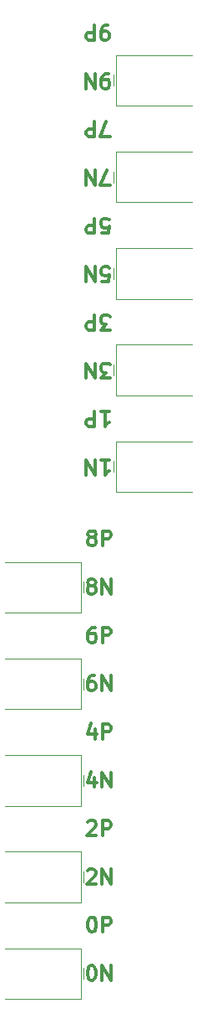
<source format=gbr>
G04 #@! TF.GenerationSoftware,KiCad,Pcbnew,(5.0.2)-1*
G04 #@! TF.CreationDate,2019-09-04T12:36:58-04:00*
G04 #@! TF.ProjectId,MMCX_2DD-100P_Both,4d4d4358-5f32-4444-942d-313030505f42,rev?*
G04 #@! TF.SameCoordinates,Original*
G04 #@! TF.FileFunction,Legend,Top*
G04 #@! TF.FilePolarity,Positive*
%FSLAX46Y46*%
G04 Gerber Fmt 4.6, Leading zero omitted, Abs format (unit mm)*
G04 Created by KiCad (PCBNEW (5.0.2)-1) date 9/4/2019 12:36:58 PM*
%MOMM*%
%LPD*%
G01*
G04 APERTURE LIST*
%ADD10C,0.300000*%
%ADD11C,0.120000*%
G04 APERTURE END LIST*
D10*
X83171759Y-146473667D02*
X83314616Y-146473667D01*
X83457473Y-146545096D01*
X83528902Y-146616524D01*
X83600330Y-146759381D01*
X83671759Y-147045096D01*
X83671759Y-147402238D01*
X83600330Y-147687953D01*
X83528902Y-147830810D01*
X83457473Y-147902238D01*
X83314616Y-147973667D01*
X83171759Y-147973667D01*
X83028902Y-147902238D01*
X82957473Y-147830810D01*
X82886044Y-147687953D01*
X82814616Y-147402238D01*
X82814616Y-147045096D01*
X82886044Y-146759381D01*
X82957473Y-146616524D01*
X83028902Y-146545096D01*
X83171759Y-146473667D01*
X84314616Y-147973667D02*
X84314616Y-146473667D01*
X85171759Y-147973667D01*
X85171759Y-146473667D01*
X83207473Y-141594407D02*
X83350330Y-141594407D01*
X83493187Y-141665836D01*
X83564616Y-141737264D01*
X83636044Y-141880121D01*
X83707473Y-142165836D01*
X83707473Y-142522978D01*
X83636044Y-142808693D01*
X83564616Y-142951550D01*
X83493187Y-143022978D01*
X83350330Y-143094407D01*
X83207473Y-143094407D01*
X83064616Y-143022978D01*
X82993187Y-142951550D01*
X82921759Y-142808693D01*
X82850330Y-142522978D01*
X82850330Y-142165836D01*
X82921759Y-141880121D01*
X82993187Y-141737264D01*
X83064616Y-141665836D01*
X83207473Y-141594407D01*
X84350330Y-143094407D02*
X84350330Y-141594407D01*
X84921759Y-141594407D01*
X85064616Y-141665836D01*
X85136044Y-141737264D01*
X85207473Y-141880121D01*
X85207473Y-142094407D01*
X85136044Y-142237264D01*
X85064616Y-142308693D01*
X84921759Y-142380121D01*
X84350330Y-142380121D01*
X82814616Y-136858004D02*
X82886044Y-136786576D01*
X83028902Y-136715147D01*
X83386044Y-136715147D01*
X83528902Y-136786576D01*
X83600330Y-136858004D01*
X83671759Y-137000861D01*
X83671759Y-137143718D01*
X83600330Y-137358004D01*
X82743187Y-138215147D01*
X83671759Y-138215147D01*
X84314616Y-138215147D02*
X84314616Y-136715147D01*
X85171759Y-138215147D01*
X85171759Y-136715147D01*
X82850330Y-131978744D02*
X82921759Y-131907316D01*
X83064616Y-131835887D01*
X83421759Y-131835887D01*
X83564616Y-131907316D01*
X83636044Y-131978744D01*
X83707473Y-132121601D01*
X83707473Y-132264458D01*
X83636044Y-132478744D01*
X82778902Y-133335887D01*
X83707473Y-133335887D01*
X84350330Y-133335887D02*
X84350330Y-131835887D01*
X84921759Y-131835887D01*
X85064616Y-131907316D01*
X85136044Y-131978744D01*
X85207473Y-132121601D01*
X85207473Y-132335887D01*
X85136044Y-132478744D01*
X85064616Y-132550173D01*
X84921759Y-132621601D01*
X84350330Y-132621601D01*
X83528902Y-127456627D02*
X83528902Y-128456627D01*
X83171759Y-126885198D02*
X82814616Y-127956627D01*
X83743187Y-127956627D01*
X84314616Y-128456627D02*
X84314616Y-126956627D01*
X85171759Y-128456627D01*
X85171759Y-126956627D01*
X83564616Y-122577367D02*
X83564616Y-123577367D01*
X83207473Y-122005938D02*
X82850330Y-123077367D01*
X83778902Y-123077367D01*
X84350330Y-123577367D02*
X84350330Y-122077367D01*
X84921759Y-122077367D01*
X85064616Y-122148796D01*
X85136044Y-122220224D01*
X85207473Y-122363081D01*
X85207473Y-122577367D01*
X85136044Y-122720224D01*
X85064616Y-122791653D01*
X84921759Y-122863081D01*
X84350330Y-122863081D01*
X83528902Y-117198107D02*
X83243187Y-117198107D01*
X83100330Y-117269536D01*
X83028902Y-117340964D01*
X82886044Y-117555250D01*
X82814616Y-117840964D01*
X82814616Y-118412393D01*
X82886044Y-118555250D01*
X82957473Y-118626678D01*
X83100330Y-118698107D01*
X83386044Y-118698107D01*
X83528902Y-118626678D01*
X83600330Y-118555250D01*
X83671759Y-118412393D01*
X83671759Y-118055250D01*
X83600330Y-117912393D01*
X83528902Y-117840964D01*
X83386044Y-117769536D01*
X83100330Y-117769536D01*
X82957473Y-117840964D01*
X82886044Y-117912393D01*
X82814616Y-118055250D01*
X84314616Y-118698107D02*
X84314616Y-117198107D01*
X85171759Y-118698107D01*
X85171759Y-117198107D01*
X83564616Y-112318847D02*
X83278902Y-112318847D01*
X83136044Y-112390276D01*
X83064616Y-112461704D01*
X82921759Y-112675990D01*
X82850330Y-112961704D01*
X82850330Y-113533133D01*
X82921759Y-113675990D01*
X82993187Y-113747418D01*
X83136044Y-113818847D01*
X83421759Y-113818847D01*
X83564616Y-113747418D01*
X83636044Y-113675990D01*
X83707473Y-113533133D01*
X83707473Y-113175990D01*
X83636044Y-113033133D01*
X83564616Y-112961704D01*
X83421759Y-112890276D01*
X83136044Y-112890276D01*
X82993187Y-112961704D01*
X82921759Y-113033133D01*
X82850330Y-113175990D01*
X84350330Y-113818847D02*
X84350330Y-112318847D01*
X84921759Y-112318847D01*
X85064616Y-112390276D01*
X85136044Y-112461704D01*
X85207473Y-112604561D01*
X85207473Y-112818847D01*
X85136044Y-112961704D01*
X85064616Y-113033133D01*
X84921759Y-113104561D01*
X84350330Y-113104561D01*
X83100330Y-108082444D02*
X82957473Y-108011016D01*
X82886044Y-107939587D01*
X82814616Y-107796730D01*
X82814616Y-107725301D01*
X82886044Y-107582444D01*
X82957473Y-107511016D01*
X83100330Y-107439587D01*
X83386044Y-107439587D01*
X83528902Y-107511016D01*
X83600330Y-107582444D01*
X83671759Y-107725301D01*
X83671759Y-107796730D01*
X83600330Y-107939587D01*
X83528902Y-108011016D01*
X83386044Y-108082444D01*
X83100330Y-108082444D01*
X82957473Y-108153873D01*
X82886044Y-108225301D01*
X82814616Y-108368158D01*
X82814616Y-108653873D01*
X82886044Y-108796730D01*
X82957473Y-108868158D01*
X83100330Y-108939587D01*
X83386044Y-108939587D01*
X83528902Y-108868158D01*
X83600330Y-108796730D01*
X83671759Y-108653873D01*
X83671759Y-108368158D01*
X83600330Y-108225301D01*
X83528902Y-108153873D01*
X83386044Y-108082444D01*
X84314616Y-108939587D02*
X84314616Y-107439587D01*
X85171759Y-108939587D01*
X85171759Y-107439587D01*
X83136044Y-103203184D02*
X82993187Y-103131756D01*
X82921759Y-103060327D01*
X82850330Y-102917470D01*
X82850330Y-102846041D01*
X82921759Y-102703184D01*
X82993187Y-102631756D01*
X83136044Y-102560327D01*
X83421759Y-102560327D01*
X83564616Y-102631756D01*
X83636044Y-102703184D01*
X83707473Y-102846041D01*
X83707473Y-102917470D01*
X83636044Y-103060327D01*
X83564616Y-103131756D01*
X83421759Y-103203184D01*
X83136044Y-103203184D01*
X82993187Y-103274613D01*
X82921759Y-103346041D01*
X82850330Y-103488898D01*
X82850330Y-103774613D01*
X82921759Y-103917470D01*
X82993187Y-103988898D01*
X83136044Y-104060327D01*
X83421759Y-104060327D01*
X83564616Y-103988898D01*
X83636044Y-103917470D01*
X83707473Y-103774613D01*
X83707473Y-103488898D01*
X83636044Y-103346041D01*
X83564616Y-103274613D01*
X83421759Y-103203184D01*
X84350330Y-104060327D02*
X84350330Y-102560327D01*
X84921759Y-102560327D01*
X85064616Y-102631756D01*
X85136044Y-102703184D01*
X85207473Y-102846041D01*
X85207473Y-103060327D01*
X85136044Y-103203184D01*
X85064616Y-103274613D01*
X84921759Y-103346041D01*
X84350330Y-103346041D01*
X84883279Y-51475628D02*
X84597565Y-51475628D01*
X84454707Y-51547057D01*
X84383279Y-51618485D01*
X84240422Y-51832771D01*
X84168993Y-52118485D01*
X84168993Y-52689914D01*
X84240422Y-52832771D01*
X84311850Y-52904200D01*
X84454707Y-52975628D01*
X84740422Y-52975628D01*
X84883279Y-52904200D01*
X84954707Y-52832771D01*
X85026136Y-52689914D01*
X85026136Y-52332771D01*
X84954707Y-52189914D01*
X84883279Y-52118485D01*
X84740422Y-52047057D01*
X84454707Y-52047057D01*
X84311850Y-52118485D01*
X84240422Y-52189914D01*
X84168993Y-52332771D01*
X83526136Y-51475628D02*
X83526136Y-52975628D01*
X82954707Y-52975628D01*
X82811850Y-52904200D01*
X82740422Y-52832771D01*
X82668993Y-52689914D01*
X82668993Y-52475628D01*
X82740422Y-52332771D01*
X82811850Y-52261342D01*
X82954707Y-52189914D01*
X83526136Y-52189914D01*
X84918993Y-56354888D02*
X84633279Y-56354888D01*
X84490422Y-56426317D01*
X84418993Y-56497745D01*
X84276136Y-56712031D01*
X84204707Y-56997745D01*
X84204707Y-57569174D01*
X84276136Y-57712031D01*
X84347565Y-57783460D01*
X84490422Y-57854888D01*
X84776136Y-57854888D01*
X84918993Y-57783460D01*
X84990422Y-57712031D01*
X85061850Y-57569174D01*
X85061850Y-57212031D01*
X84990422Y-57069174D01*
X84918993Y-56997745D01*
X84776136Y-56926317D01*
X84490422Y-56926317D01*
X84347565Y-56997745D01*
X84276136Y-57069174D01*
X84204707Y-57212031D01*
X83561850Y-56354888D02*
X83561850Y-57854888D01*
X82704707Y-56354888D01*
X82704707Y-57854888D01*
X85097565Y-62734148D02*
X84097565Y-62734148D01*
X84740422Y-61234148D01*
X83526136Y-61234148D02*
X83526136Y-62734148D01*
X82954707Y-62734148D01*
X82811850Y-62662720D01*
X82740422Y-62591291D01*
X82668993Y-62448434D01*
X82668993Y-62234148D01*
X82740422Y-62091291D01*
X82811850Y-62019862D01*
X82954707Y-61948434D01*
X83526136Y-61948434D01*
X85133279Y-67613408D02*
X84133279Y-67613408D01*
X84776136Y-66113408D01*
X83561850Y-66113408D02*
X83561850Y-67613408D01*
X82704707Y-66113408D01*
X82704707Y-67613408D01*
X84240422Y-72492668D02*
X84954707Y-72492668D01*
X85026136Y-71778382D01*
X84954707Y-71849811D01*
X84811850Y-71921240D01*
X84454707Y-71921240D01*
X84311850Y-71849811D01*
X84240422Y-71778382D01*
X84168993Y-71635525D01*
X84168993Y-71278382D01*
X84240422Y-71135525D01*
X84311850Y-71064097D01*
X84454707Y-70992668D01*
X84811850Y-70992668D01*
X84954707Y-71064097D01*
X85026136Y-71135525D01*
X83526136Y-70992668D02*
X83526136Y-72492668D01*
X82954707Y-72492668D01*
X82811850Y-72421240D01*
X82740422Y-72349811D01*
X82668993Y-72206954D01*
X82668993Y-71992668D01*
X82740422Y-71849811D01*
X82811850Y-71778382D01*
X82954707Y-71706954D01*
X83526136Y-71706954D01*
X84276136Y-77371928D02*
X84990422Y-77371928D01*
X85061850Y-76657642D01*
X84990422Y-76729071D01*
X84847565Y-76800500D01*
X84490422Y-76800500D01*
X84347565Y-76729071D01*
X84276136Y-76657642D01*
X84204707Y-76514785D01*
X84204707Y-76157642D01*
X84276136Y-76014785D01*
X84347565Y-75943357D01*
X84490422Y-75871928D01*
X84847565Y-75871928D01*
X84990422Y-75943357D01*
X85061850Y-76014785D01*
X83561850Y-75871928D02*
X83561850Y-77371928D01*
X82704707Y-75871928D01*
X82704707Y-77371928D01*
X85097565Y-82251188D02*
X84168993Y-82251188D01*
X84668993Y-81679760D01*
X84454707Y-81679760D01*
X84311850Y-81608331D01*
X84240422Y-81536902D01*
X84168993Y-81394045D01*
X84168993Y-81036902D01*
X84240422Y-80894045D01*
X84311850Y-80822617D01*
X84454707Y-80751188D01*
X84883279Y-80751188D01*
X85026136Y-80822617D01*
X85097565Y-80894045D01*
X83526136Y-80751188D02*
X83526136Y-82251188D01*
X82954707Y-82251188D01*
X82811850Y-82179760D01*
X82740422Y-82108331D01*
X82668993Y-81965474D01*
X82668993Y-81751188D01*
X82740422Y-81608331D01*
X82811850Y-81536902D01*
X82954707Y-81465474D01*
X83526136Y-81465474D01*
X85133279Y-87130448D02*
X84204707Y-87130448D01*
X84704707Y-86559020D01*
X84490422Y-86559020D01*
X84347565Y-86487591D01*
X84276136Y-86416162D01*
X84204707Y-86273305D01*
X84204707Y-85916162D01*
X84276136Y-85773305D01*
X84347565Y-85701877D01*
X84490422Y-85630448D01*
X84918993Y-85630448D01*
X85061850Y-85701877D01*
X85133279Y-85773305D01*
X83561850Y-85630448D02*
X83561850Y-87130448D01*
X82704707Y-85630448D01*
X82704707Y-87130448D01*
X84168993Y-90509708D02*
X85026136Y-90509708D01*
X84597565Y-90509708D02*
X84597565Y-92009708D01*
X84740422Y-91795422D01*
X84883279Y-91652565D01*
X85026136Y-91581137D01*
X83526136Y-90509708D02*
X83526136Y-92009708D01*
X82954707Y-92009708D01*
X82811850Y-91938280D01*
X82740422Y-91866851D01*
X82668993Y-91723994D01*
X82668993Y-91509708D01*
X82740422Y-91366851D01*
X82811850Y-91295422D01*
X82954707Y-91223994D01*
X83526136Y-91223994D01*
X84204707Y-95388968D02*
X85061850Y-95388968D01*
X84633279Y-95388968D02*
X84633279Y-96888968D01*
X84776136Y-96674682D01*
X84918993Y-96531825D01*
X85061850Y-96460397D01*
X83561850Y-95388968D02*
X83561850Y-96888968D01*
X82704707Y-95388968D01*
X82704707Y-96888968D01*
D11*
G04 #@! TO.C,J3*
X74483790Y-105701016D02*
X82183790Y-105701016D01*
X82183790Y-110821016D02*
X82183790Y-105701016D01*
X74483790Y-110821016D02*
X82183790Y-110821016D01*
X82383790Y-107711016D02*
X82383790Y-108811016D01*
G04 #@! TO.C,J6*
X82383790Y-117469536D02*
X82383790Y-118569536D01*
X74483790Y-120579536D02*
X82183790Y-120579536D01*
X82183790Y-120579536D02*
X82183790Y-115459536D01*
X74483790Y-115459536D02*
X82183790Y-115459536D01*
G04 #@! TO.C,J9*
X82383790Y-127228056D02*
X82383790Y-128328056D01*
X74483790Y-130338056D02*
X82183790Y-130338056D01*
X82183790Y-130338056D02*
X82183790Y-125218056D01*
X74483790Y-125218056D02*
X82183790Y-125218056D01*
G04 #@! TO.C,J12*
X82383790Y-136986576D02*
X82383790Y-138086576D01*
X74483790Y-140096576D02*
X82183790Y-140096576D01*
X82183790Y-140096576D02*
X82183790Y-134976576D01*
X74483790Y-134976576D02*
X82183790Y-134976576D01*
G04 #@! TO.C,J15*
X82383790Y-146745096D02*
X82383790Y-147845096D01*
X74483790Y-149855096D02*
X82183790Y-149855096D01*
X82183790Y-149855096D02*
X82183790Y-144735096D01*
X74483790Y-144735096D02*
X82183790Y-144735096D01*
G04 #@! TO.C,J3*
X93392677Y-98627540D02*
X85692677Y-98627540D01*
X85692677Y-93507540D02*
X85692677Y-98627540D01*
X93392677Y-93507540D02*
X85692677Y-93507540D01*
X85492677Y-96617540D02*
X85492677Y-95517540D01*
G04 #@! TO.C,J6*
X85492677Y-86859020D02*
X85492677Y-85759020D01*
X93392677Y-83749020D02*
X85692677Y-83749020D01*
X85692677Y-83749020D02*
X85692677Y-88869020D01*
X93392677Y-88869020D02*
X85692677Y-88869020D01*
G04 #@! TO.C,J9*
X85492677Y-77100500D02*
X85492677Y-76000500D01*
X93392677Y-73990500D02*
X85692677Y-73990500D01*
X85692677Y-73990500D02*
X85692677Y-79110500D01*
X93392677Y-79110500D02*
X85692677Y-79110500D01*
G04 #@! TO.C,J12*
X85492677Y-67341980D02*
X85492677Y-66241980D01*
X93392677Y-64231980D02*
X85692677Y-64231980D01*
X85692677Y-64231980D02*
X85692677Y-69351980D01*
X93392677Y-69351980D02*
X85692677Y-69351980D01*
G04 #@! TO.C,J15*
X85492677Y-57583460D02*
X85492677Y-56483460D01*
X93392677Y-54473460D02*
X85692677Y-54473460D01*
X85692677Y-54473460D02*
X85692677Y-59593460D01*
X93392677Y-59593460D02*
X85692677Y-59593460D01*
G04 #@! TD*
M02*

</source>
